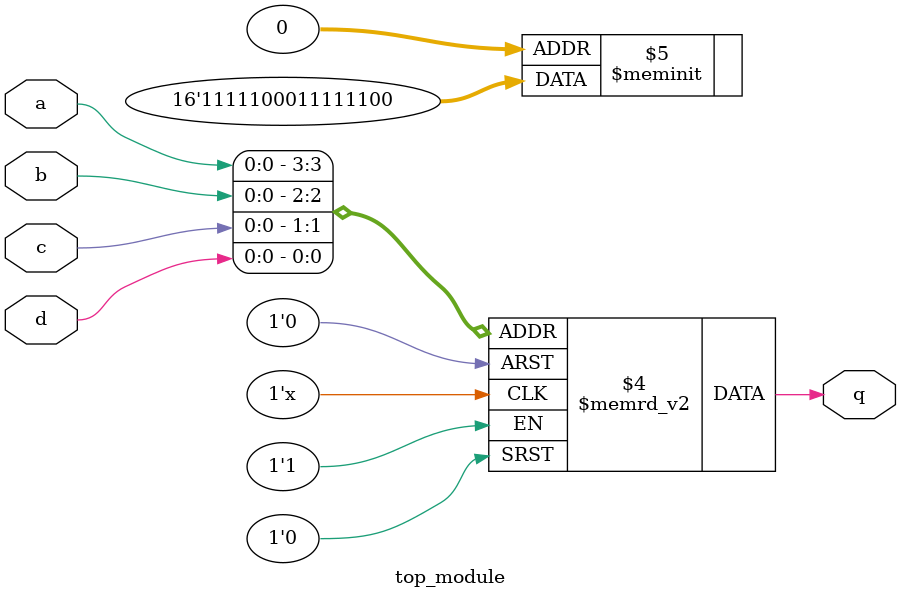
<source format=sv>
module top_module (
    input a, 
    input b, 
    input c, 
    input d,
    output reg q
);

    always @(*) begin
        case({a, b, c, d})
            4'b0000: q = 1'b0;
            4'b0001: q = 1'b0;
            4'b0010: q = 1'b1;
            4'b0011: q = 1'b1;
            4'b0100: q = 1'b1;
            4'b0101: q = 1'b1;
            4'b0110: q = 1'b1;
            4'b0111: q = 1'b1;
            4'b1000: q = 1'b0; // Update: corrected the output value at 1000 input pattern
            4'b1001: q = 1'b0;
            4'b1010: q = 1'b0;
            4'b1011: q = 1'b1;
            4'b1100: q = 1'b1;
            4'b1101: q = 1'b1;
            4'b1110: q = 1'b1;
            4'b1111: q = 1'b1;
            default: q = 1'b0;
        endcase
    end
    
endmodule

</source>
